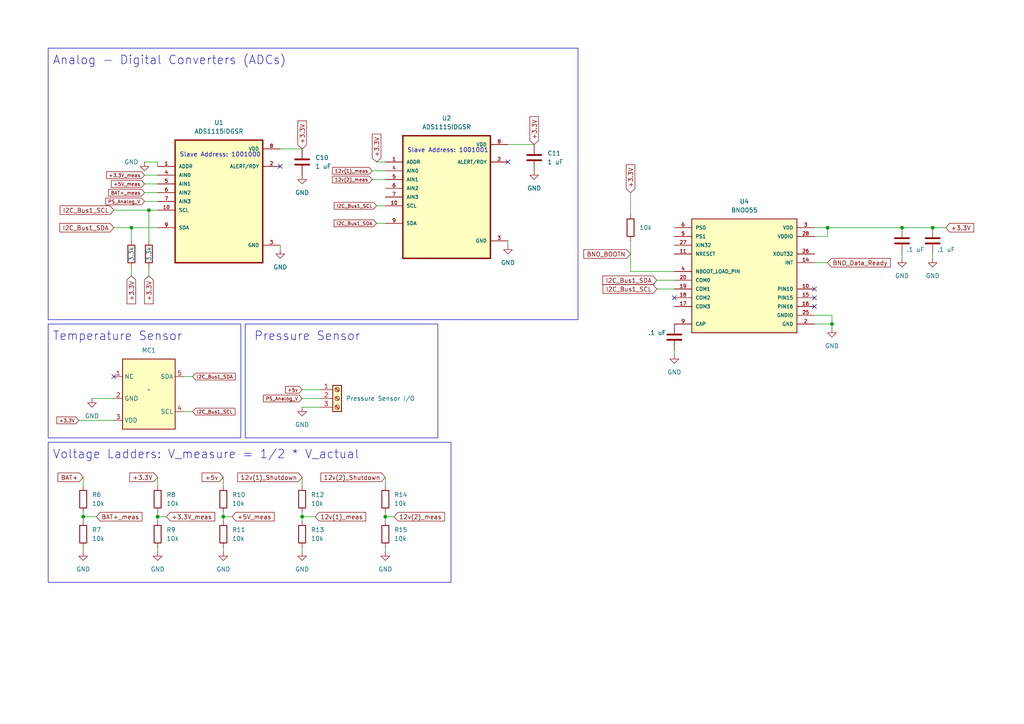
<source format=kicad_sch>
(kicad_sch (version 20230121) (generator eeschema)
  (paper "A4")
  (lib_symbols
    (symbol "ADS1115:ADS1115IDGSR" (pin_names (offset 1.016))
      (property "Reference" "U" (at -12.7 18.78 0))
      (property "Value" "ADS1115IDGSR" (at -12.7 -21.78 0))
      (symbol "ADS1115IDGSR_0_0"
        (rectangle (start -12.7 -17.78) (end 12.7 17.78) (stroke (width 0.41)) (fill (type background)))
        (pin input line (at -17.78 10.16 0) (length 5.08) (name "ADDR") (number "1"))
        (pin input line (at -17.78 -2.54 0) (length 5.08) (name "SCL") (number "10"))
        (pin output line (at 17.78 10.16 180) (length 5.08) (name "ALERT/RDY") (number "2"))
        (pin power_in line (at 17.78 -12.7 180) (length 5.08) (name "GND") (number "3"))
        (pin input line (at -17.78 7.62 0) (length 5.08) (name "AIN0") (number "4"))
        (pin input line (at -17.78 5.08 0) (length 5.08) (name "AIN1") (number "5"))
        (pin input line (at -17.78 2.54 0) (length 5.08) (name "AIN2") (number "6"))
        (pin input line (at -17.78 0 0) (length 5.08) (name "AIN3") (number "7"))
        (pin power_in line (at 17.78 15.24 180) (length 5.08) (name "VDD") (number "8"))
        (pin bidirectional line (at -17.78 -7.62 0) (length 5.08) (name "SDA") (number "9"))
      )
    )
    (symbol "BNO055:BNO055" (pin_names (offset 1.016))
      (property "Reference" "U" (at -14.7397 15.7562 0))
      (property "Value" "BNO055" (at -14.7607 -19.5962 0))
      (symbol "BNO055_0_0"
        (rectangle (start -15.24 -17.78) (end 15.24 15.24) (stroke (width 0.254)) (fill (type background)))
        (pin power_in line (at 20.32 -5.08 180) (length 5.08) (name "PIN10") (number "10"))
        (pin input line (at -20.32 5.08 0) (length 5.08) (name "NRESET") (number "11"))
        (pin output line (at 20.32 2.54 180) (length 5.08) (name "INT") (number "14"))
        (pin power_in line (at 20.32 -7.62 180) (length 5.08) (name "PIN15") (number "15"))
        (pin power_in line (at 20.32 -10.16 180) (length 5.08) (name "PIN16") (number "16"))
        (pin bidirectional line (at -20.32 -10.16 0) (length 5.08) (name "COM3") (number "17"))
        (pin bidirectional line (at -20.32 -7.62 0) (length 5.08) (name "COM2") (number "18"))
        (pin bidirectional line (at -20.32 -5.08 0) (length 5.08) (name "COM1") (number "19"))
        (pin power_in line (at 20.32 -15.24 180) (length 5.08) (name "GND") (number "2"))
        (pin bidirectional line (at -20.32 -2.54 0) (length 5.08) (name "COM0") (number "20"))
        (pin power_in line (at 20.32 -12.7 180) (length 5.08) (name "GNDIO") (number "25"))
        (pin output line (at 20.32 5.08 180) (length 5.08) (name "XOUT32") (number "26"))
        (pin input line (at -20.32 7.62 0) (length 5.08) (name "XIN32") (number "27"))
        (pin power_in line (at 20.32 10.16 180) (length 5.08) (name "VDDIO") (number "28"))
        (pin power_in line (at 20.32 12.7 180) (length 5.08) (name "VDD") (number "3"))
        (pin bidirectional line (at -20.32 0 0) (length 5.08) (name "NBOOT_LOAD_PIN") (number "4"))
        (pin input line (at -20.32 10.16 0) (length 5.08) (name "PS1") (number "5"))
        (pin input line (at -20.32 12.7 0) (length 5.08) (name "PS0") (number "6"))
        (pin passive line (at -20.32 -15.24 0) (length 5.08) (name "CAP") (number "9"))
      )
    )
    (symbol "Connector:Screw_Terminal_01x03" (pin_names (offset 1.016) hide)
      (property "Reference" "J" (at 0 5.08 0))
      (property "Value" "Screw_Terminal_01x03" (at 0 -5.08 0))
      (symbol "Screw_Terminal_01x03_1_1"
        (rectangle (start -1.27 3.81) (end 1.27 -3.81) (stroke (width 0.254)) (fill (type background)))
        (circle (center 0 -2.54) (radius 0.635) (stroke (width 0.1524)))
        (polyline (pts (xy -0.5334 -2.2098) (xy 0.3302 -3.048)) (stroke (width 0.1524)))
        (polyline (pts (xy -0.5334 0.3302) (xy 0.3302 -0.508)) (stroke (width 0.1524)))
        (polyline (pts (xy -0.5334 2.8702) (xy 0.3302 2.032)) (stroke (width 0.1524)))
        (polyline (pts (xy -0.3556 -2.032) (xy 0.508 -2.8702)) (stroke (width 0.1524)))
        (polyline (pts (xy -0.3556 0.508) (xy 0.508 -0.3302)) (stroke (width 0.1524)))
        (polyline (pts (xy -0.3556 3.048) (xy 0.508 2.2098)) (stroke (width 0.1524)))
        (circle (center 0 0) (radius 0.635) (stroke (width 0.1524)))
        (circle (center 0 2.54) (radius 0.635) (stroke (width 0.1524)))
        (pin passive line (at -5.08 2.54 0) (length 3.81) (name "Pin_1") (number "1"))
        (pin passive line (at -5.08 0 0) (length 3.81) (name "Pin_2") (number "2"))
        (pin passive line (at -5.08 -2.54 0) (length 3.81) (name "Pin_3") (number "3"))
      )
    )
    (symbol "Device:C" (pin_numbers hide) (pin_names (offset 0.254))
      (property "Reference" "C" (at 0.635 2.54 0))
      (property "Value" "C" (at 0.635 -2.54 0))
      (symbol "C_0_1"
        (polyline (pts (xy -2.032 -0.762) (xy 2.032 -0.762)) (stroke (width 0.508)))
        (polyline (pts (xy -2.032 0.762) (xy 2.032 0.762)) (stroke (width 0.508)))
      )
      (symbol "C_1_1"
        (pin passive line (at 0 3.81 270) (length 2.794) (name "~") (number "1"))
        (pin passive line (at 0 -3.81 90) (length 2.794) (name "~") (number "2"))
      )
    )
    (symbol "Device:R" (pin_numbers hide) (pin_names (offset 0))
      (property "Reference" "R" (at 2.032 0 90))
      (property "Value" "R" (at 0 0 90))
      (symbol "R_0_1"
        (rectangle (start -1.016 -2.54) (end 1.016 2.54) (stroke (width 0.254)))
      )
      (symbol "R_1_1"
        (pin passive line (at 0 3.81 270) (length 1.27) (name "~") (number "1"))
        (pin passive line (at 0 -3.81 90) (length 1.27) (name "~") (number "2"))
      )
    )
    (symbol "MC74A5-33SNTR:MC74A5-33SNTR"
      (property "Reference" "MC74" (at 0 0 0))
      (symbol "MC74A5-33SNTR_1_1"
        (rectangle (start -7.62 8.89) (end 7.62 -11.43) (stroke (width 0.254)) (fill (type background)))
        (pin input line (at -10.16 3.81 0) (length 2.54) (name "NC") (number "1"))
        (pin input line (at -10.16 -2.54 0) (length 2.54) (name "GND") (number "2"))
        (pin power_in line (at -10.16 -8.89 0) (length 2.54) (name "VDD") (number "3"))
        (pin output line (at 10.16 -6.35 180) (length 2.54) (name "SCL") (number "4"))
        (pin output line (at 10.16 3.81 180) (length 2.54) (name "SDA") (number "5"))
      )
    )
    (symbol "power:GND" (power) (pin_names (offset 0))
      (property "Value" "GND" (at 0 -3.81 0))
      (symbol "GND_0_1"
        (polyline (pts (xy 0 0) (xy 0 -1.27) (xy 1.27 -1.27) (xy 0 -2.54) (xy -1.27 -1.27) (xy 0 -1.27)))
      )
      (symbol "GND_1_1"
        (pin power_in line (at 0 0 270) (length 0) hide (name "GND") (number "1"))
      )
    )
  )
  (junction (at 64.77 149.86))
  (junction (at 43.18 60.96))
  (junction (at 261.62 66.04))
  (junction (at 87.63 149.86))
  (junction (at 45.72 149.86))
  (junction (at 111.76 149.86))
  (junction (at 240.03 66.04))
  (junction (at 241.3 93.98))
  (junction (at 38.1 66.04))
  (junction (at 24.13 149.86))
  (junction (at 270.51 66.04))
  (no_connect (at 236.22 88.9))
  (no_connect (at 33.02 109.22))
  (no_connect (at 147.32 46.99))
  (no_connect (at 236.22 83.82))
  (no_connect (at 81.28 48.26))
  (no_connect (at 236.22 86.36))
  (no_connect (at 195.58 86.36))
  (wire (pts (xy 24.13 149.86) (xy 27.94 149.86)))
  (wire (pts (xy 87.63 115.57) (xy 92.71 115.57)))
  (wire (pts (xy 45.72 60.96) (xy 43.18 60.96)))
  (wire (pts (xy 147.32 41.91) (xy 154.94 41.91)))
  (wire (pts (xy 33.02 66.04) (xy 38.1 66.04)))
  (wire (pts (xy 81.28 43.18) (xy 87.63 43.18)))
  (wire (pts (xy 241.3 93.98) (xy 236.22 93.98)))
  (wire (pts (xy 190.5 81.28) (xy 195.58 81.28)))
  (wire (pts (xy 111.76 158.75) (xy 111.76 160.02)))
  (wire (pts (xy 64.77 138.43) (xy 64.77 140.97)))
  (wire (pts (xy 87.63 118.11) (xy 92.71 118.11)))
  (wire (pts (xy 195.58 102.87) (xy 195.58 101.6)))
  (wire (pts (xy 41.91 53.34) (xy 45.72 53.34)))
  (wire (pts (xy 87.63 149.86) (xy 91.44 149.86)))
  (wire (pts (xy 43.18 60.96) (xy 33.02 60.96)))
  (wire (pts (xy 182.88 78.74) (xy 195.58 78.74)))
  (wire (pts (xy 236.22 91.44) (xy 241.3 91.44)))
  (wire (pts (xy 87.63 113.03) (xy 92.71 113.03)))
  (wire (pts (xy 111.76 149.86) (xy 111.76 151.13)))
  (wire (pts (xy 38.1 80.01) (xy 38.1 77.47)))
  (wire (pts (xy 43.18 80.01) (xy 43.18 77.47)))
  (wire (pts (xy 64.77 149.86) (xy 67.31 149.86)))
  (wire (pts (xy 38.1 66.04) (xy 38.1 69.85)))
  (wire (pts (xy 87.63 149.86) (xy 87.63 151.13)))
  (wire (pts (xy 81.28 72.39) (xy 81.28 71.12)))
  (wire (pts (xy 87.63 138.43) (xy 87.63 140.97)))
  (wire (pts (xy 41.91 55.88) (xy 45.72 55.88)))
  (wire (pts (xy 87.63 158.75) (xy 87.63 160.02)))
  (wire (pts (xy 24.13 148.59) (xy 24.13 149.86)))
  (wire (pts (xy 240.03 76.2) (xy 236.22 76.2)))
  (wire (pts (xy 240.03 66.04) (xy 261.62 66.04)))
  (wire (pts (xy 107.95 49.53) (xy 111.76 49.53)))
  (wire (pts (xy 41.91 50.8) (xy 45.72 50.8)))
  (wire (pts (xy 87.63 148.59) (xy 87.63 149.86)))
  (wire (pts (xy 236.22 66.04) (xy 240.03 66.04)))
  (wire (pts (xy 24.13 138.43) (xy 24.13 140.97)))
  (wire (pts (xy 241.3 91.44) (xy 241.3 93.98)))
  (wire (pts (xy 261.62 74.93) (xy 261.62 73.66)))
  (wire (pts (xy 147.32 71.12) (xy 147.32 69.85)))
  (wire (pts (xy 270.51 66.04) (xy 274.32 66.04)))
  (wire (pts (xy 261.62 66.04) (xy 270.51 66.04)))
  (wire (pts (xy 109.22 64.77) (xy 111.76 64.77)))
  (wire (pts (xy 111.76 59.69) (xy 109.22 59.69)))
  (wire (pts (xy 41.91 58.42) (xy 45.72 58.42)))
  (wire (pts (xy 45.72 138.43) (xy 45.72 140.97)))
  (wire (pts (xy 64.77 148.59) (xy 64.77 149.86)))
  (wire (pts (xy 26.67 115.57) (xy 33.02 115.57)))
  (wire (pts (xy 107.95 52.07) (xy 111.76 52.07)))
  (wire (pts (xy 55.88 119.38) (xy 53.34 119.38)))
  (wire (pts (xy 38.1 66.04) (xy 45.72 66.04)))
  (wire (pts (xy 182.88 55.88) (xy 182.88 62.23)))
  (wire (pts (xy 109.22 46.99) (xy 111.76 46.99)))
  (wire (pts (xy 111.76 138.43) (xy 111.76 140.97)))
  (wire (pts (xy 43.18 69.85) (xy 43.18 60.96)))
  (wire (pts (xy 240.03 68.58) (xy 240.03 66.04)))
  (wire (pts (xy 55.88 109.22) (xy 53.34 109.22)))
  (wire (pts (xy 190.5 83.82) (xy 195.58 83.82)))
  (wire (pts (xy 64.77 149.86) (xy 64.77 151.13)))
  (wire (pts (xy 236.22 68.58) (xy 240.03 68.58)))
  (wire (pts (xy 45.72 149.86) (xy 48.26 149.86)))
  (wire (pts (xy 111.76 149.86) (xy 114.3 149.86)))
  (wire (pts (xy 41.91 46.99) (xy 45.72 46.99)))
  (wire (pts (xy 24.13 158.75) (xy 24.13 160.02)))
  (wire (pts (xy 270.51 74.93) (xy 270.51 73.66)))
  (wire (pts (xy 45.72 158.75) (xy 45.72 160.02)))
  (wire (pts (xy 111.76 148.59) (xy 111.76 149.86)))
  (wire (pts (xy 45.72 48.26) (xy 45.72 46.99)))
  (wire (pts (xy 241.3 95.25) (xy 241.3 93.98)))
  (wire (pts (xy 45.72 149.86) (xy 45.72 151.13)))
  (wire (pts (xy 22.86 121.92) (xy 33.02 121.92)))
  (wire (pts (xy 45.72 148.59) (xy 45.72 149.86)))
  (wire (pts (xy 64.77 158.75) (xy 64.77 160.02)))
  (wire (pts (xy 24.13 149.86) (xy 24.13 151.13)))
  (wire (pts (xy 182.88 69.85) (xy 182.88 78.74)))
  (rectangle (start 13.97 93.98) (end 69.85 127))
  (rectangle (start 13.97 13.97) (end 167.64 92.71))
  (rectangle (start 71.12 93.98) (end 127 127))
  (rectangle (start 13.97 128.27) (end 130.81 168.91))
  (text "Pressure Sensor" (at 73.66 99.06 0) (effects (font (size 2.5 2.5)) (justify left bottom)))
  (text "Slave Address: 1001001\n" (at 118.11 44.45 0) (effects (font (size 1.27 1.27)) (justify left bottom)))
  (text "Analog - Digital Converters (ADCs)" (at 15.24 19.05 0) (effects (font (size 2.5 2.5)) (justify left bottom)))
  (text "Voltage Ladders: V_measure = 1/2 * V_actual\n" (at 15.24 133.35 0) (effects (font (size 2.5 2.5)) (justify left bottom)))
  (text "Temperature Sensor" (at 15.24 99.06 0) (effects (font (size 2.5 2.5)) (justify left bottom)))
  (text "Slave Address: 1001000\n" (at 52.07 45.72 0) (effects (font (size 1.27 1.27)) (justify left bottom)))
  (global_label "I2C_Bus1_SCL" (shape input) (at 190.5 83.82 180) (property "Intersheetrefs" "${INTERSHEET_REFS}" (effects hide)))
  (global_label "+3.3V" (shape input) (at 154.94 41.91 90) (property "Intersheetrefs" "${INTERSHEET_REFS}" (effects hide)))
  (global_label "+3.3V_meas" (shape input) (at 41.91 50.8 180) (effects (font (size 1 1))) (property "Intersheetrefs" "${INTERSHEET_REFS}" (effects hide)))
  (global_label "+3.3V" (shape input) (at 38.1 80.01 270) (property "Intersheetrefs" "${INTERSHEET_REFS}" (effects hide)))
  (global_label "BAT+_meas" (shape input) (at 41.91 55.88 180) (effects (font (size 1 1))) (property "Intersheetrefs" "${INTERSHEET_REFS}" (effects hide)))
  (global_label "I2C_Bus1_SCL" (shape input) (at 109.22 59.69 180) (effects (font (size 1 1))) (property "Intersheetrefs" "${INTERSHEET_REFS}" (effects hide)))
  (global_label "+5V_meas" (shape input) (at 67.31 149.86 0) (property "Intersheetrefs" "${INTERSHEET_REFS}" (effects hide)))
  (global_label "I2C_Bus1_SDA" (shape input) (at 109.22 64.77 180) (effects (font (size 1 1))) (property "Intersheetrefs" "${INTERSHEET_REFS}" (effects hide)))
  (global_label "I2C_Bus1_SDA" (shape input) (at 33.02 66.04 180) (property "Intersheetrefs" "${INTERSHEET_REFS}" (effects hide)))
  (global_label "I2C_Bus1_SDA" (shape input) (at 190.5 81.28 180) (property "Intersheetrefs" "${INTERSHEET_REFS}" (effects hide)))
  (global_label "12v(2)_meas" (shape input) (at 114.3 149.86 0) (property "Intersheetrefs" "${INTERSHEET_REFS}" (effects hide)))
  (global_label "12v(1)_meas" (shape input) (at 91.44 149.86 0) (property "Intersheetrefs" "${INTERSHEET_REFS}" (effects hide)))
  (global_label "12v(1)_Shutdown" (shape input) (at 87.63 138.43 180) (property "Intersheetrefs" "${INTERSHEET_REFS}" (effects hide)))
  (global_label "I2C_Bus1_SDA" (shape input) (at 55.88 109.22 0) (effects (font (size 1 1))) (property "Intersheetrefs" "${INTERSHEET_REFS}" (effects hide)))
  (global_label "+5V_meas" (shape input) (at 41.91 53.34 180) (effects (font (size 1 1))) (property "Intersheetrefs" "${INTERSHEET_REFS}" (effects hide)))
  (global_label "+3.3V" (shape input) (at 87.63 43.18 90) (property "Intersheetrefs" "${INTERSHEET_REFS}" (effects hide)))
  (global_label "+3.3V" (shape input) (at 274.32 66.04 0) (property "Intersheetrefs" "${INTERSHEET_REFS}" (effects hide)))
  (global_label "I2C_Bus1_SCL" (shape input) (at 55.88 119.38 0) (effects (font (size 1 1))) (property "Intersheetrefs" "${INTERSHEET_REFS}" (effects hide)))
  (global_label "PS_Analog_V" (shape input) (at 87.63 115.57 180) (effects (font (size 1 1))) (property "Intersheetrefs" "${INTERSHEET_REFS}" (effects hide)))
  (global_label "+3.3V" (shape input) (at 45.72 138.43 180) (property "Intersheetrefs" "${INTERSHEET_REFS}" (effects hide)))
  (global_label "PS_Analog_V" (shape input) (at 41.91 58.42 180) (effects (font (size 1 1))) (property "Intersheetrefs" "${INTERSHEET_REFS}" (effects hide)))
  (global_label "BAT+_meas" (shape input) (at 27.94 149.86 0) (property "Intersheetrefs" "${INTERSHEET_REFS}" (effects hide)))
  (global_label "I2C_Bus1_SCL" (shape input) (at 33.02 60.96 180) (property "Intersheetrefs" "${INTERSHEET_REFS}" (effects hide)))
  (global_label "12v(1)_meas" (shape input) (at 107.95 49.53 180) (effects (font (size 1 1))) (property "Intersheetrefs" "${INTERSHEET_REFS}" (effects hide)))
  (global_label "BAT+" (shape input) (at 24.13 138.43 180) (property "Intersheetrefs" "${INTERSHEET_REFS}" (effects hide)))
  (global_label "+5v" (shape input) (at 87.63 113.03 180) (effects (font (size 1 1))) (property "Intersheetrefs" "${INTERSHEET_REFS}" (effects hide)))
  (global_label "BNO_BOOTN" (shape input) (at 182.88 73.66 180) (property "Intersheetrefs" "${INTERSHEET_REFS}" (effects hide)))
  (global_label "+3.3V_meas" (shape input) (at 48.26 149.86 0) (property "Intersheetrefs" "${INTERSHEET_REFS}" (effects hide)))
  (global_label "+3.3V" (shape input) (at 22.86 121.92 180) (effects (font (size 1 1))) (property "Intersheetrefs" "${INTERSHEET_REFS}" (effects hide)))
  (global_label "+3.3V" (shape input) (at 182.88 55.88 90) (property "Intersheetrefs" "${INTERSHEET_REFS}" (effects hide)))
  (global_label "+3.3V" (shape input) (at 43.18 80.01 270) (property "Intersheetrefs" "${INTERSHEET_REFS}" (effects hide)))
  (global_label "+5v" (shape input) (at 64.77 138.43 180) (property "Intersheetrefs" "${INTERSHEET_REFS}" (effects hide)))
  (global_label "12v(2)_Shutdown" (shape input) (at 111.76 138.43 180) (property "Intersheetrefs" "${INTERSHEET_REFS}" (effects hide)))
  (global_label "12v(2)_meas" (shape input) (at 107.95 52.07 180) (effects (font (size 1 1))) (property "Intersheetrefs" "${INTERSHEET_REFS}" (effects hide)))
  (global_label "+3.3V" (shape input) (at 109.22 46.99 90) (property "Intersheetrefs" "${INTERSHEET_REFS}" (effects hide)))
  (global_label "BNO_Data_Ready" (shape input) (at 240.03 76.2 0) (property "Intersheetrefs" "${INTERSHEET_REFS}" (effects hide)))
  (symbol (lib_id "power:GND") (at 195.58 102.87 0) (unit 1)
    (property "Reference" "#PWR078" (effects hide))
    (property "Value" "GND" (at 195.58 107.95 0))
  )
  (symbol (lib_id "Device:C") (at 154.94 45.72 0) (unit 1)
    (property "Reference" "C11" (at 158.75 44.45 0) (effects (justify left)))
    (property "Value" "1 uF" (at 158.75 46.99 0) (effects (justify left)))
    (property "Footprint" "Capacitor_SMD:C_0603_1608Metric_Pad1.08x0.95mm_HandSolder" (effects hide))
  )
  (symbol (lib_id "power:GND") (at 87.63 118.11 0) (unit 1)
    (property "Reference" "#PWR053" (effects hide))
    (property "Value" "GND" (at 87.63 123.19 0))
  )
  (symbol (lib_id "Device:C") (at 261.62 69.85 0) (unit 1)
    (property "Reference" "C27" (effects hide))
    (property "Value" ".1 uF" (at 262.89 72.39 0) (effects (justify left)))
    (property "Footprint" "Capacitor_SMD:C_0603_1608Metric_Pad1.08x0.95mm_HandSolder" (effects hide))
  )
  (symbol (lib_id "BNO055:BNO055") (at 215.9 78.74 0) (unit 1)
    (property "Reference" "U4" (at 215.9 58.42 0))
    (property "Value" "BNO055" (at 215.9 60.96 0))
    (property "Footprint" "BNO055:LGA28R50P4X10_380X520X100" (effects hide))
    (property "MF" "Bosch" (effects hide))
    (property "Description" "\nBNO055 series Accelerometer, Gyroscope, Magnetometer, 3 Axis Sensor Evaluation Board\n" (effects hide))
    (property "Package" "LGA-28 Bosch" (effects hide))
    (property "Price" "None" (effects hide))
    (property "Check_prices" "https://www.snapeda.com/parts/BNO055/Bosch+Sensortec/view-part/?ref=eda" (effects hide))
    (property "SnapEDA_Link" "https://www.snapeda.com/parts/BNO055/Bosch+Sensortec/view-part/?ref=snap" (effects hide))
    (property "MP" "BNO055" (effects hide))
    (property "Availability" "In Stock" (effects hide))
    (property "MANUFACTURER" "BOSCH" (effects hide))
  )
  (symbol (lib_id "Connector:Screw_Terminal_01x03") (at 97.79 115.57 0) (unit 1)
    (property "Reference" "J5" (effects hide))
    (property "Value" "Pressure Sensor I/O" (at 100.33 115.57 0) (effects (justify left)))
    (property "Footprint" "Connector_PinSocket_2.54mm:PinSocket_1x03_P2.54mm_Horizontal" (effects hide))
  )
  (symbol (lib_id "power:GND") (at 147.32 71.12 0) (unit 1)
    (property "Reference" "#PWR025" (effects hide))
    (property "Value" "GND" (at 147.32 76.2 0))
  )
  (symbol (lib_id "Device:R") (at 45.72 154.94 0) (unit 1)
    (property "Reference" "R9" (at 48.26 153.67 0) (effects (justify left)))
    (property "Value" "10k" (at 48.26 156.21 0) (effects (justify left)))
    (property "Footprint" "Resistor_SMD:R_0603_1608Metric_Pad0.98x0.95mm_HandSolder" (effects hide))
  )
  (symbol (lib_id "Device:C") (at 270.51 69.85 0) (unit 1)
    (property "Reference" "C28" (effects hide))
    (property "Value" ".1 uF" (at 271.78 72.39 0) (effects (justify left)))
    (property "Footprint" "Capacitor_SMD:C_0603_1608Metric_Pad1.08x0.95mm_HandSolder" (effects hide))
  )
  (symbol (lib_id "ADS1115:ADS1115IDGSR") (at 129.54 57.15 0) (unit 1)
    (property "Reference" "U2" (at 129.54 34.29 0))
    (property "Value" "ADS1115IDGSR" (at 129.54 36.83 0))
    (property "Footprint" "ADS1115:SOP50P490X110-10N" (effects hide))
    (property "MF" "Texas Instruments" (effects hide))
    (property "Description" "\n16-bit, 860-SPS, 4-channel, delta-sigma ADC with PGA, oscillator, VREF, comparator and I2C\n" (effects hide))
    (property "Package" "VSSOP-10 Texas Instruments" (effects hide))
    (property "Price" "None" (effects hide))
    (property "SnapEDA_Link" "https://www.snapeda.com/parts/ADS1115IDGSR/Texas+Instruments/view-part/?ref=snap" (effects hide))
    (property "MP" "ADS1115IDGSR" (effects hide))
    (property "Purchase-URL" "https://www.snapeda.com/api/url_track_click_mouser/?unipart_id=45903&manufacturer=Texas Instruments&part_name=ADS1115IDGSR&search_term=ads1115idgsr" (effects hide))
    (property "Availability" "In Stock" (effects hide))
    (property "Check_prices" "https://www.snapeda.com/parts/ADS1115IDGSR/Texas+Instruments/view-part/?ref=eda" (effects hide))
  )
  (symbol (lib_id "Device:R") (at 45.72 144.78 0) (unit 1)
    (property "Reference" "R8" (at 48.26 143.51 0) (effects (justify left)))
    (property "Value" "10k" (at 48.26 146.05 0) (effects (justify left)))
    (property "Footprint" "Resistor_SMD:R_0603_1608Metric_Pad0.98x0.95mm_HandSolder" (effects hide))
  )
  (symbol (lib_id "MC74A5-33SNTR:MC74A5-33SNTR") (at 43.18 113.03 0) (unit 1)
    (property "Reference" "MC1" (at 43.18 101.6 0))
    (property "Value" "~" (at 43.18 113.03 0))
    (property "Footprint" "Package_TO_SOT_SMD:SOT-23-5_HandSoldering" (effects hide))
  )
  (symbol (lib_id "Device:R") (at 64.77 144.78 0) (unit 1)
    (property "Reference" "R10" (at 67.31 143.51 0) (effects (justify left)))
    (property "Value" "10k" (at 67.31 146.05 0) (effects (justify left)))
    (property "Footprint" "Resistor_SMD:R_0603_1608Metric_Pad0.98x0.95mm_HandSolder" (effects hide))
  )
  (symbol (lib_id "Device:C") (at 87.63 46.99 0) (unit 1)
    (property "Reference" "C10" (at 91.44 45.72 0) (effects (justify left)))
    (property "Value" "1 uF" (at 91.44 48.26 0) (effects (justify left)))
    (property "Footprint" "Capacitor_SMD:C_0603_1608Metric_Pad1.08x0.95mm_HandSolder" (effects hide))
  )
  (symbol (lib_id "power:GND") (at 241.3 95.25 0) (unit 1)
    (property "Reference" "#PWR075" (effects hide))
    (property "Value" "GND" (at 241.3 100.33 0))
  )
  (symbol (lib_id "power:GND") (at 270.51 74.93 0) (unit 1)
    (property "Reference" "#PWR077" (effects hide))
    (property "Value" "GND" (at 270.51 80.01 0))
  )
  (symbol (lib_id "power:GND") (at 64.77 160.02 0) (unit 1)
    (property "Reference" "#PWR035" (effects hide))
    (property "Value" "GND" (at 64.77 165.1 0))
  )
  (symbol (lib_id "ADS1115:ADS1115IDGSR") (at 63.5 58.42 0) (unit 1)
    (property "Reference" "U1" (at 63.5 35.56 0))
    (property "Value" "ADS1115IDGSR" (at 63.5 38.1 0))
    (property "Footprint" "ADS1115:SOP50P490X110-10N" (effects hide))
    (property "MF" "Texas Instruments" (effects hide))
    (property "Description" "\n16-bit, 860-SPS, 4-channel, delta-sigma ADC with PGA, oscillator, VREF, comparator and I2C\n" (effects hide))
    (property "Package" "VSSOP-10 Texas Instruments" (effects hide))
    (property "Price" "None" (effects hide))
    (property "SnapEDA_Link" "https://www.snapeda.com/parts/ADS1115IDGSR/Texas+Instruments/view-part/?ref=snap" (effects hide))
    (property "MP" "ADS1115IDGSR" (effects hide))
    (property "Purchase-URL" "https://www.snapeda.com/api/url_track_click_mouser/?unipart_id=45903&manufacturer=Texas Instruments&part_name=ADS1115IDGSR&search_term=ads1115idgsr" (effects hide))
    (property "Availability" "In Stock" (effects hide))
    (property "Check_prices" "https://www.snapeda.com/parts/ADS1115IDGSR/Texas+Instruments/view-part/?ref=eda" (effects hide))
  )
  (symbol (lib_id "Device:R") (at 43.18 73.66 180) (unit 1)
    (property "Reference" "R17" (effects hide))
    (property "Value" "3.3k" (at 43.18 73.66 90))
    (property "Footprint" "Resistor_SMD:R_0603_1608Metric_Pad0.98x0.95mm_HandSolder" (effects hide))
  )
  (symbol (lib_id "Device:C") (at 195.58 97.79 0) (unit 1)
    (property "Reference" "C29" (effects hide))
    (property "Value" ".1 uF" (at 187.96 96.52 0) (effects (justify left)))
    (property "Footprint" "Capacitor_SMD:C_0603_1608Metric_Pad1.08x0.95mm_HandSolder" (effects hide))
  )
  (symbol (lib_id "Device:R") (at 111.76 154.94 0) (unit 1)
    (property "Reference" "R15" (at 114.3 153.67 0) (effects (justify left)))
    (property "Value" "10k" (at 114.3 156.21 0) (effects (justify left)))
    (property "Footprint" "Resistor_SMD:R_0603_1608Metric_Pad0.98x0.95mm_HandSolder" (effects hide))
  )
  (symbol (lib_id "power:GND") (at 154.94 49.53 0) (unit 1)
    (property "Reference" "#PWR024" (effects hide))
    (property "Value" "GND" (at 154.94 54.61 0))
  )
  (symbol (lib_id "Device:R") (at 87.63 154.94 0) (unit 1)
    (property "Reference" "R13" (at 90.17 153.67 0) (effects (justify left)))
    (property "Value" "10k" (at 90.17 156.21 0) (effects (justify left)))
    (property "Footprint" "Resistor_SMD:R_0603_1608Metric_Pad0.98x0.95mm_HandSolder" (effects hide))
  )
  (symbol (lib_id "power:GND") (at 111.76 160.02 0) (unit 1)
    (property "Reference" "#PWR041" (effects hide))
    (property "Value" "GND" (at 111.76 165.1 0))
  )
  (symbol (lib_id "Device:R") (at 64.77 154.94 0) (unit 1)
    (property "Reference" "R11" (at 67.31 153.67 0) (effects (justify left)))
    (property "Value" "10k" (at 67.31 156.21 0) (effects (justify left)))
    (property "Footprint" "Resistor_SMD:R_0603_1608Metric_Pad0.98x0.95mm_HandSolder" (effects hide))
  )
  (symbol (lib_id "power:GND") (at 81.28 72.39 0) (unit 1)
    (property "Reference" "#PWR026" (effects hide))
    (property "Value" "GND" (at 81.28 77.47 0))
  )
  (symbol (lib_id "Device:R") (at 87.63 144.78 0) (unit 1)
    (property "Reference" "R12" (at 90.17 143.51 0) (effects (justify left)))
    (property "Value" "10k" (at 90.17 146.05 0) (effects (justify left)))
    (property "Footprint" "Resistor_SMD:R_0603_1608Metric_Pad0.98x0.95mm_HandSolder" (effects hide))
  )
  (symbol (lib_id "power:GND") (at 24.13 160.02 0) (unit 1)
    (property "Reference" "#PWR033" (effects hide))
    (property "Value" "GND" (at 24.13 165.1 0))
  )
  (symbol (lib_id "power:GND") (at 261.62 74.93 0) (unit 1)
    (property "Reference" "#PWR076" (effects hide))
    (property "Value" "GND" (at 261.62 80.01 0))
  )
  (symbol (lib_id "Device:R") (at 111.76 144.78 0) (unit 1)
    (property "Reference" "R14" (at 114.3 143.51 0) (effects (justify left)))
    (property "Value" "10k" (at 114.3 146.05 0) (effects (justify left)))
    (property "Footprint" "Resistor_SMD:R_0603_1608Metric_Pad0.98x0.95mm_HandSolder" (effects hide))
  )
  (symbol (lib_id "power:GND") (at 87.63 50.8 0) (unit 1)
    (property "Reference" "#PWR023" (effects hide))
    (property "Value" "GND" (at 87.63 55.88 0))
  )
  (symbol (lib_id "Device:R") (at 24.13 154.94 0) (unit 1)
    (property "Reference" "R7" (at 26.67 153.67 0) (effects (justify left)))
    (property "Value" "10k" (at 26.67 156.21 0) (effects (justify left)))
    (property "Footprint" "Resistor_SMD:R_0603_1608Metric_Pad0.98x0.95mm_HandSolder" (effects hide))
  )
  (symbol (lib_id "power:GND") (at 45.72 160.02 0) (unit 1)
    (property "Reference" "#PWR034" (effects hide))
    (property "Value" "GND" (at 45.72 165.1 0))
  )
  (symbol (lib_id "power:GND") (at 26.67 115.57 0) (unit 1)
    (property "Reference" "#PWR054" (effects hide))
    (property "Value" "GND" (at 26.67 120.65 0))
  )
  (symbol (lib_id "Device:R") (at 24.13 144.78 0) (unit 1)
    (property "Reference" "R6" (at 26.67 143.51 0) (effects (justify left)))
    (property "Value" "10k" (at 26.67 146.05 0) (effects (justify left)))
    (property "Footprint" "Resistor_SMD:R_0603_1608Metric_Pad0.98x0.95mm_HandSolder" (effects hide))
  )
  (symbol (lib_id "Device:R") (at 182.88 66.04 0) (unit 1)
    (property "Reference" "R18" (effects hide))
    (property "Value" "10k" (at 185.42 66.04 0) (effects (justify left)))
    (property "Footprint" "Resistor_SMD:R_0603_1608Metric_Pad0.98x0.95mm_HandSolder" (effects hide))
  )
  (symbol (lib_id "power:GND") (at 87.63 160.02 0) (unit 1)
    (property "Reference" "#PWR040" (effects hide))
    (property "Value" "GND" (at 87.63 165.1 0))
  )
  (symbol (lib_id "Device:R") (at 38.1 73.66 180) (unit 1)
    (property "Reference" "R16" (effects hide))
    (property "Value" "3.3k" (at 38.1 73.66 90))
    (property "Footprint" "Resistor_SMD:R_0603_1608Metric_Pad0.98x0.95mm_HandSolder" (effects hide))
  )
  (symbol (lib_id "power:GND") (at 41.91 46.99 0) (unit 1)
    (property "Reference" "#PWR042" (effects hide))
    (property "Value" "GND" (at 38.1 46.99 0))
  )
)
</source>
